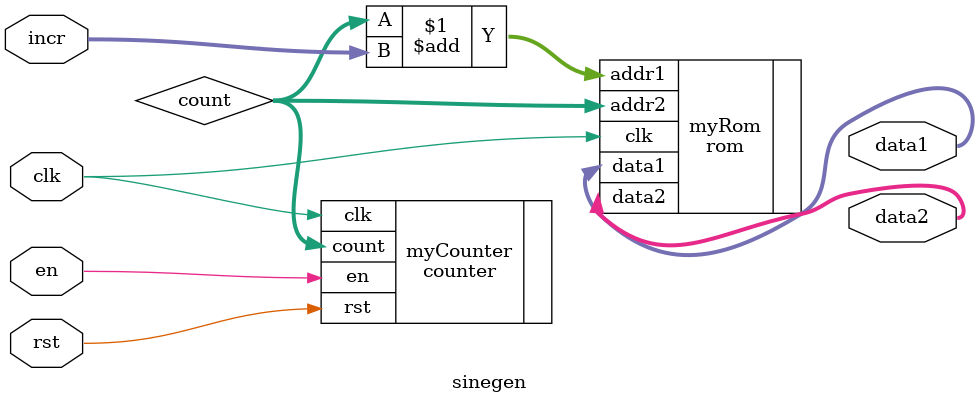
<source format=sv>
module sinegen #(
    parameter WIDTH = 8
)(
    input logic [WIDTH-1:0] incr,
    input logic rst,
    input logic en,
    input logic clk,
    output logic [WIDTH-1:0] data1,
    output logic [WIDTH-1:0] data2
);


logic [WIDTH-1:0] count;

counter myCounter(
    .clk(clk),
    .rst(rst),
    .en(en),
    .count(count)
);

rom myRom(
    .clk(clk),
    .addr1(count+incr),
    .addr2(count),
    .data1(data1),
    .data2(data2)
);

endmodule

</source>
